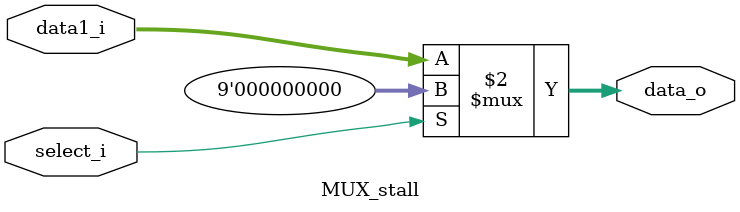
<source format=v>
module MUX_stall(
    data1_i,
    select_i,
    data_o
);
    input [8:0] data1_i;
    input select_i;
    output [8:0] data_o;

    assign data_o = (select_i == 0)? data1_i: 9'b0;

endmodule

</source>
